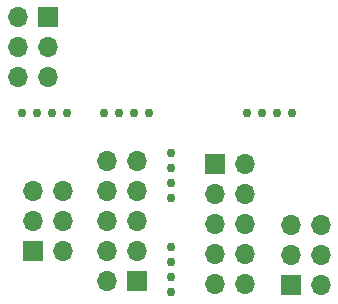
<source format=gbr>
%TF.GenerationSoftware,KiCad,Pcbnew,(6.0.0)*%
%TF.CreationDate,2022-04-27T09:06:16-05:00*%
%TF.ProjectId,adapters,61646170-7465-4727-932e-6b696361645f,rev?*%
%TF.SameCoordinates,Original*%
%TF.FileFunction,Soldermask,Bot*%
%TF.FilePolarity,Negative*%
%FSLAX46Y46*%
G04 Gerber Fmt 4.6, Leading zero omitted, Abs format (unit mm)*
G04 Created by KiCad (PCBNEW (6.0.0)) date 2022-04-27 09:06:16*
%MOMM*%
%LPD*%
G01*
G04 APERTURE LIST*
%ADD10C,0.750000*%
%ADD11R,1.700000X1.700000*%
%ADD12O,1.700000X1.700000*%
G04 APERTURE END LIST*
D10*
%TO.C,REF\u002A\u002A*%
X36460000Y-22750000D03*
X37730000Y-22750000D03*
X35190000Y-22750000D03*
X39000000Y-22750000D03*
%TD*%
%TO.C,REF\u002A\u002A*%
X24365000Y-22750000D03*
X25635000Y-22750000D03*
X23095000Y-22750000D03*
X26905000Y-22750000D03*
%TD*%
D11*
%TO.C,J4*%
X25825489Y-36969239D03*
D12*
X23285489Y-36969239D03*
X25825489Y-34429239D03*
X23285489Y-34429239D03*
X25825489Y-31889239D03*
X23285489Y-31889239D03*
X25825489Y-29349239D03*
X23285489Y-29349239D03*
X25825489Y-26809239D03*
X23285489Y-26809239D03*
%TD*%
D10*
%TO.C,REF\u002A\u002A*%
X28750000Y-28635000D03*
X28750000Y-27365000D03*
X28750000Y-29905000D03*
X28750000Y-26095000D03*
%TD*%
%TO.C,REF\u002A\u002A*%
X28750000Y-36635000D03*
X28750000Y-35365000D03*
X28750000Y-37905000D03*
X28750000Y-34095000D03*
%TD*%
D11*
%TO.C,J6*%
X32460000Y-27000000D03*
D12*
X35000000Y-27000000D03*
X32460000Y-29540000D03*
X35000000Y-29540000D03*
X32460000Y-32080000D03*
X35000000Y-32080000D03*
X32460000Y-34620000D03*
X35000000Y-34620000D03*
X32460000Y-37160000D03*
X35000000Y-37160000D03*
%TD*%
D10*
%TO.C,REF\u002A\u002A*%
X17365000Y-22750000D03*
X18635000Y-22750000D03*
X16095000Y-22750000D03*
X19905000Y-22750000D03*
%TD*%
D11*
%TO.C,J5*%
X38866250Y-37318750D03*
D12*
X41406250Y-37318750D03*
X38866250Y-34778750D03*
X41406250Y-34778750D03*
X38866250Y-32238750D03*
X41406250Y-32238750D03*
%TD*%
D11*
%TO.C,J3*%
X17094239Y-34419239D03*
D12*
X19634239Y-34419239D03*
X17094239Y-31879239D03*
X19634239Y-31879239D03*
X17094239Y-29339239D03*
X19634239Y-29339239D03*
%TD*%
D11*
%TO.C,J1*%
X18341250Y-14607500D03*
D12*
X15801250Y-14607500D03*
X18341250Y-17147500D03*
X15801250Y-17147500D03*
X18341250Y-19687500D03*
X15801250Y-19687500D03*
%TD*%
M02*

</source>
